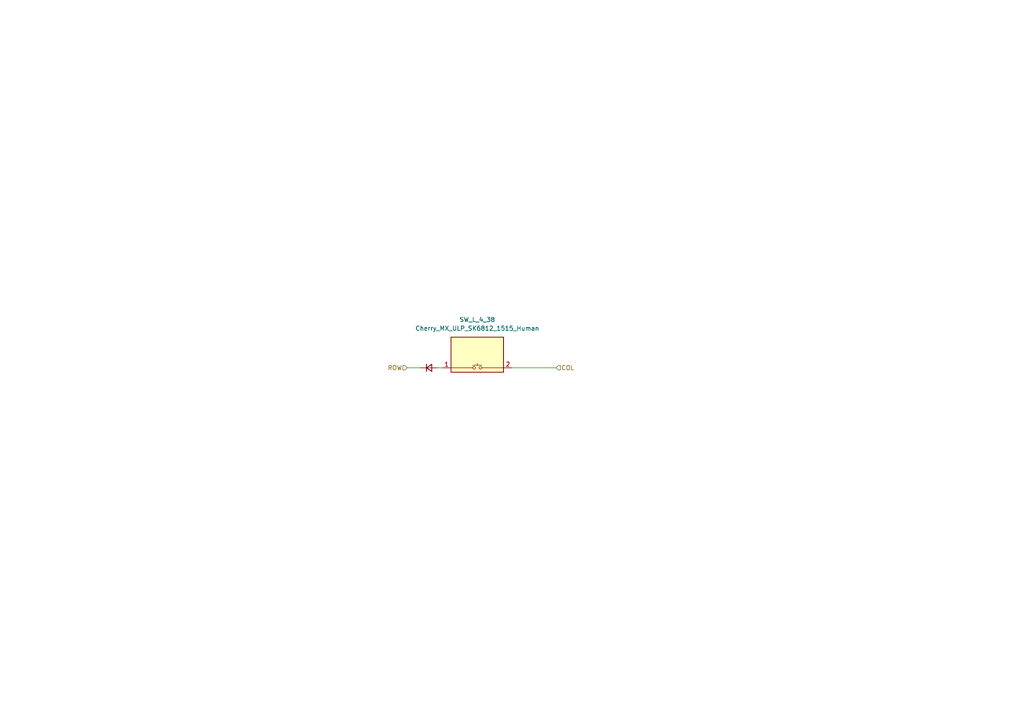
<source format=kicad_sch>
(kicad_sch (version 20231120) (generator "eeschema") (generator_version "8.0")
  (paper "A4")
  (lib_symbols
    (symbol "Device:D_Small" (pin_numbers hide) (pin_names (offset 0.254) hide)
      (property "Reference" "D" (at -1.27 2.032 0))
      (property "Value" "D_Small" (at -3.81 -2.032 0))
      (symbol "D_Small_0_1"
        (polyline (pts (xy -0.762 -1.016) (xy -0.762 1.016)) (stroke (width 0.254)))
        (polyline (pts (xy -0.762 0) (xy 0.762 0)))
        (polyline (pts (xy 0.762 -1.016) (xy -0.762 0) (xy 0.762 1.016) (xy 0.762 -1.016)) (stroke (width 0.254)))
      )
      (symbol "D_Small_1_1"
        (pin passive line (at -2.54 0 0) (length 1.778) (name "K") (number "1"))
        (pin passive line (at 2.54 0 180) (length 1.778) (name "A") (number "2"))
      )
    )
    (symbol "mnhttn:Cherry_MX_ULP_SK6812_1515_Human"
      (property "Reference" "SW_L_4_2" (at 0 10.16 0))
      (property "Value" "Cherry_MX_ULP_SK6812_1515_Human" (at 0 7.62 0))
      (symbol "Cherry_MX_ULP_SK6812_1515_Human_0_1"
        (rectangle (start -7.62 6.35) (end 7.62 -3.81) (stroke (width 0.254)) (fill (type background)))
        (polyline (pts (xy -7.62 -2.54) (xy -1.27 -2.54)))
        (polyline (pts (xy 1.27 -2.54) (xy 7.62 -2.54)))
      )
      (symbol "Cherry_MX_ULP_SK6812_1515_Human_1_1"
        (circle (center -0.889 -2.54) (radius 0.381))
        (polyline (pts (xy -1.27 -1.778) (xy 1.27 -1.778)) (stroke (width 0.1524)))
        (polyline (pts (xy 0 -1.778) (xy 0 -1.27)) (stroke (width 0.1524)))
        (circle (center 0.889 -2.54) (radius 0.381))
        (pin passive line (at -10.16 -2.54 0) (length 2.54) (name "") (number "1"))
        (pin passive line (at 10.16 -2.54 180) (length 2.54) (name "") (number "2"))
      )
    )
  )
  (wire (pts (xy 148.59 106.68) (xy 161.29 106.68)))
  (wire (pts (xy 118.11 106.68) (xy 121.92 106.68)))
  (wire (pts (xy 127 106.68) (xy 128.27 106.68)))
  (hierarchical_label "ROW" (shape input) (at 118.11 106.68 180))
  (hierarchical_label "COL" (shape input) (at 161.29 106.68 0))
  (symbol (lib_id "Device:D_Small") (at 124.46 106.68 0) (unit 1)
    (property "Reference" "D_L_4_37" (effects (hide yes)))
    (property "Value" "D_Small" (effects (hide yes)))
    (property "Footprint" "mnhttn:Diode_SOD123" (effects (hide yes)))
    (instances (project "mnhttn" (path "" (reference "D_L_4_38") (unit 1)) (path "" (reference "D_L_4_28") (unit 1)) (path "" (reference "D_L_4_34") (unit 1)) (path "" (reference "D_L_4_16") (unit 1)) (path "" (reference "D_L_4_29") (unit 1)) (path "" (reference "D_L_4_1") (unit 1)) (path "" (reference "D_L_4_39") (unit 1)) (path "" (reference "D_L_4_37") (unit 1)) (path "" (reference "D_L_4_24") (unit 1)) (path "" (reference "D_L_4_45") (unit 1)) (path "" (reference "D_L_4_43") (unit 1)) (path "" (reference "D_L_4_4") (unit 1)) (path "" (reference "D_L_4_10") (unit 1)) (path "" (reference "D_L_4_48") (unit 1)) (path "" (reference "D_L_4_32") (unit 1)) (path "" (reference "D_L_4_22") (unit 1)) (path "" (reference "D_L_4_25") (unit 1)) (path "" (reference "D_L_4_46") (unit 1)) (path "" (reference "D_L_4_21") (unit 1)) (path "" (reference "D_L_4_6") (unit 1)) (path "" (reference "D_L_4_15") (unit 1)) (path "" (reference "D_L_4_17") (unit 1)) (path "" (reference "D_L_4_30") (unit 1)) (path "" (reference "D_L_4_27") (unit 1)) (path "" (reference "D_L_4_42") (unit 1)) (path "" (reference "D_L_4_36") (unit 1)) (path "" (reference "D_L_4_3") (unit 1)) (path "" (reference "D_L_4_12") (unit 1)) (path "" (reference "D_L_4_8") (unit 1)) (path "" (reference "D_L_4_26") (unit 1)) (path "" (reference "D_L_4_13") (unit 1)) (path "" (reference "D_L_4_33") (unit 1)) (path "" (reference "D_L_4_5") (unit 1)) (path "" (reference "D_L_4_19") (unit 1)) (path "" (reference "D_L_4_44") (unit 1)) (path "" (reference "D_L_4_40") (unit 1)) (path "" (reference "D_L_4_31") (unit 1)) (path "" (reference "D_L_4_14") (unit 1)) (path "" (reference "D_L_4_35") (unit 1)) (path "" (reference "D_L_4_47") (unit 1)) (path "" (reference "D_L_4_7") (unit 1)) (path "" (reference "D_L_4_11") (unit 1)) (path "" (reference "D_L_4_41") (unit 1)) (path "" (reference "D_L_4_9") (unit 1)) (path "" (reference "D_L_4_20") (unit 1)) (path "" (reference "D_L_4_2") (unit 1)) (path "" (reference "D_L_4_18") (unit 1)) (path "" (reference "D_L_4_23") (unit 1))))
  )
  (symbol (lib_id "mnhttn:Cherry_MX_ULP_SK6812_1515_Human") (at 138.43 104.14 0) (unit 1)
    (property "Reference" "SW_L_4_37" (at 138.43 92.71 0))
    (property "Value" "Cherry_MX_ULP_SK6812_1515_Human" (at 138.43 95.25 0))
    (property "Footprint" "mnhttn:Cherry_MX_ULP_Human" (effects (hide yes)))
    (instances (project "mnhttn" (path "" (reference "SW_L_4_38") (unit 1)) (path "" (reference "SW_L_4_28") (unit 1)) (path "" (reference "SW_L_4_34") (unit 1)) (path "" (reference "SW_L_4_16") (unit 1)) (path "" (reference "SW_L_4_29") (unit 1)) (path "" (reference "SW_L_4_1") (unit 1)) (path "" (reference "SW_L_4_39") (unit 1)) (path "" (reference "SW_L_4_37") (unit 1)) (path "" (reference "SW_L_4_24") (unit 1)) (path "" (reference "SW_L_4_45") (unit 1)) (path "" (reference "SW_L_4_43") (unit 1)) (path "" (reference "SW_L_4_4") (unit 1)) (path "" (reference "SW_L_4_10") (unit 1)) (path "" (reference "SW_L_4_48") (unit 1)) (path "" (reference "SW_L_4_32") (unit 1)) (path "" (reference "SW_L_4_22") (unit 1)) (path "" (reference "SW_L_4_25") (unit 1)) (path "" (reference "SW_L_4_46") (unit 1)) (path "" (reference "SW_L_4_21") (unit 1)) (path "" (reference "SW_L_4_6") (unit 1)) (path "" (reference "SW_L_4_15") (unit 1)) (path "" (reference "SW_L_4_17") (unit 1)) (path "" (reference "SW_L_4_30") (unit 1)) (path "" (reference "SW_L_4_27") (unit 1)) (path "" (reference "SW_L_4_42") (unit 1)) (path "" (reference "SW_L_4_36") (unit 1)) (path "" (reference "SW_L_4_3") (unit 1)) (path "" (reference "SW_L_4_12") (unit 1)) (path "" (reference "SW_L_4_8") (unit 1)) (path "" (reference "SW_L_4_26") (unit 1)) (path "" (reference "SW_L_4_13") (unit 1)) (path "" (reference "SW_L_4_33") (unit 1)) (path "" (reference "SW_L_4_5") (unit 1)) (path "" (reference "SW_L_4_19") (unit 1)) (path "" (reference "SW_L_4_44") (unit 1)) (path "" (reference "SW_L_4_40") (unit 1)) (path "" (reference "SW_L_4_31") (unit 1)) (path "" (reference "SW_L_4_14") (unit 1)) (path "" (reference "SW_L_4_35") (unit 1)) (path "" (reference "SW_L_4_47") (unit 1)) (path "" (reference "SW_L_4_7") (unit 1)) (path "" (reference "SW_L_4_11") (unit 1)) (path "" (reference "SW_L_4_41") (unit 1)) (path "" (reference "SW_L_4_9") (unit 1)) (path "" (reference "SW_L_4_20") (unit 1)) (path "" (reference "SW_L_4_2") (unit 1)) (path "" (reference "SW_L_4_18") (unit 1)) (path "" (reference "SW_L_4_23") (unit 1))))
  )
)
</source>
